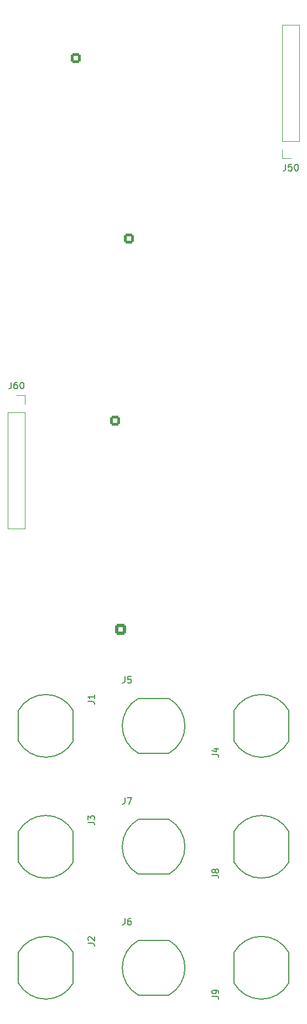
<source format=gto>
%TF.GenerationSoftware,KiCad,Pcbnew,9.0.4*%
%TF.CreationDate,2025-10-04T20:54:08+02:00*%
%TF.ProjectId,DMH_Dual_VCA_Mk2_PCB_1,444d485f-4475-4616-9c5f-5643415f4d6b,1*%
%TF.SameCoordinates,Original*%
%TF.FileFunction,Legend,Top*%
%TF.FilePolarity,Positive*%
%FSLAX46Y46*%
G04 Gerber Fmt 4.6, Leading zero omitted, Abs format (unit mm)*
G04 Created by KiCad (PCBNEW 9.0.4) date 2025-10-04 20:54:08*
%MOMM*%
%LPD*%
G01*
G04 APERTURE LIST*
G04 Aperture macros list*
%AMRoundRect*
0 Rectangle with rounded corners*
0 $1 Rounding radius*
0 $2 $3 $4 $5 $6 $7 $8 $9 X,Y pos of 4 corners*
0 Add a 4 corners polygon primitive as box body*
4,1,4,$2,$3,$4,$5,$6,$7,$8,$9,$2,$3,0*
0 Add four circle primitives for the rounded corners*
1,1,$1+$1,$2,$3*
1,1,$1+$1,$4,$5*
1,1,$1+$1,$6,$7*
1,1,$1+$1,$8,$9*
0 Add four rect primitives between the rounded corners*
20,1,$1+$1,$2,$3,$4,$5,0*
20,1,$1+$1,$4,$5,$6,$7,0*
20,1,$1+$1,$6,$7,$8,$9,0*
20,1,$1+$1,$8,$9,$2,$3,0*%
%AMHorizOval*
0 Thick line with rounded ends*
0 $1 width*
0 $2 $3 position (X,Y) of the first rounded end (center of the circle)*
0 $4 $5 position (X,Y) of the second rounded end (center of the circle)*
0 Add line between two ends*
20,1,$1,$2,$3,$4,$5,0*
0 Add two circle primitives to create the rounded ends*
1,1,$1,$2,$3*
1,1,$1,$4,$5*%
G04 Aperture macros list end*
%ADD10C,0.150000*%
%ADD11C,0.120000*%
%ADD12HorizOval,1.712000X-0.533159X0.533159X0.533159X-0.533159X0*%
%ADD13O,3.220000X1.712000*%
%ADD14O,1.712000X3.220000*%
%ADD15R,1.700000X1.700000*%
%ADD16O,1.700000X1.700000*%
%ADD17HorizOval,1.712000X-0.533159X-0.533159X0.533159X0.533159X0*%
%ADD18C,1.600000*%
%ADD19O,1.600000X1.600000*%
%ADD20R,2.200000X2.200000*%
%ADD21O,2.200000X2.200000*%
%ADD22R,1.600000X1.600000*%
%ADD23R,1.500000X1.500000*%
%ADD24C,1.500000*%
%ADD25C,1.440000*%
%ADD26RoundRect,0.250000X-0.550000X0.550000X-0.550000X-0.550000X0.550000X-0.550000X0.550000X0.550000X0*%
%ADD27RoundRect,0.250000X-0.600000X0.600000X-0.600000X-0.600000X0.600000X-0.600000X0.600000X0.600000X0*%
%ADD28C,1.700000*%
%ADD29RoundRect,0.250000X0.600000X-0.600000X0.600000X0.600000X-0.600000X0.600000X-0.600000X-0.600000X0*%
G04 APERTURE END LIST*
D10*
X83954819Y-194658333D02*
X84669104Y-194658333D01*
X84669104Y-194658333D02*
X84811961Y-194705952D01*
X84811961Y-194705952D02*
X84907200Y-194801190D01*
X84907200Y-194801190D02*
X84954819Y-194944047D01*
X84954819Y-194944047D02*
X84954819Y-195039285D01*
X84383390Y-194039285D02*
X84335771Y-194134523D01*
X84335771Y-194134523D02*
X84288152Y-194182142D01*
X84288152Y-194182142D02*
X84192914Y-194229761D01*
X84192914Y-194229761D02*
X84145295Y-194229761D01*
X84145295Y-194229761D02*
X84050057Y-194182142D01*
X84050057Y-194182142D02*
X84002438Y-194134523D01*
X84002438Y-194134523D02*
X83954819Y-194039285D01*
X83954819Y-194039285D02*
X83954819Y-193848809D01*
X83954819Y-193848809D02*
X84002438Y-193753571D01*
X84002438Y-193753571D02*
X84050057Y-193705952D01*
X84050057Y-193705952D02*
X84145295Y-193658333D01*
X84145295Y-193658333D02*
X84192914Y-193658333D01*
X84192914Y-193658333D02*
X84288152Y-193705952D01*
X84288152Y-193705952D02*
X84335771Y-193753571D01*
X84335771Y-193753571D02*
X84383390Y-193848809D01*
X84383390Y-193848809D02*
X84383390Y-194039285D01*
X84383390Y-194039285D02*
X84431009Y-194134523D01*
X84431009Y-194134523D02*
X84478628Y-194182142D01*
X84478628Y-194182142D02*
X84573866Y-194229761D01*
X84573866Y-194229761D02*
X84764342Y-194229761D01*
X84764342Y-194229761D02*
X84859580Y-194182142D01*
X84859580Y-194182142D02*
X84907200Y-194134523D01*
X84907200Y-194134523D02*
X84954819Y-194039285D01*
X84954819Y-194039285D02*
X84954819Y-193848809D01*
X84954819Y-193848809D02*
X84907200Y-193753571D01*
X84907200Y-193753571D02*
X84859580Y-193705952D01*
X84859580Y-193705952D02*
X84764342Y-193658333D01*
X84764342Y-193658333D02*
X84573866Y-193658333D01*
X84573866Y-193658333D02*
X84478628Y-193705952D01*
X84478628Y-193705952D02*
X84431009Y-193753571D01*
X84431009Y-193753571D02*
X84383390Y-193848809D01*
X53190476Y-119184819D02*
X53190476Y-119899104D01*
X53190476Y-119899104D02*
X53142857Y-120041961D01*
X53142857Y-120041961D02*
X53047619Y-120137200D01*
X53047619Y-120137200D02*
X52904762Y-120184819D01*
X52904762Y-120184819D02*
X52809524Y-120184819D01*
X54095238Y-119184819D02*
X53904762Y-119184819D01*
X53904762Y-119184819D02*
X53809524Y-119232438D01*
X53809524Y-119232438D02*
X53761905Y-119280057D01*
X53761905Y-119280057D02*
X53666667Y-119422914D01*
X53666667Y-119422914D02*
X53619048Y-119613390D01*
X53619048Y-119613390D02*
X53619048Y-119994342D01*
X53619048Y-119994342D02*
X53666667Y-120089580D01*
X53666667Y-120089580D02*
X53714286Y-120137200D01*
X53714286Y-120137200D02*
X53809524Y-120184819D01*
X53809524Y-120184819D02*
X54000000Y-120184819D01*
X54000000Y-120184819D02*
X54095238Y-120137200D01*
X54095238Y-120137200D02*
X54142857Y-120089580D01*
X54142857Y-120089580D02*
X54190476Y-119994342D01*
X54190476Y-119994342D02*
X54190476Y-119756247D01*
X54190476Y-119756247D02*
X54142857Y-119661009D01*
X54142857Y-119661009D02*
X54095238Y-119613390D01*
X54095238Y-119613390D02*
X54000000Y-119565771D01*
X54000000Y-119565771D02*
X53809524Y-119565771D01*
X53809524Y-119565771D02*
X53714286Y-119613390D01*
X53714286Y-119613390D02*
X53666667Y-119661009D01*
X53666667Y-119661009D02*
X53619048Y-119756247D01*
X54809524Y-119184819D02*
X54904762Y-119184819D01*
X54904762Y-119184819D02*
X55000000Y-119232438D01*
X55000000Y-119232438D02*
X55047619Y-119280057D01*
X55047619Y-119280057D02*
X55095238Y-119375295D01*
X55095238Y-119375295D02*
X55142857Y-119565771D01*
X55142857Y-119565771D02*
X55142857Y-119803866D01*
X55142857Y-119803866D02*
X55095238Y-119994342D01*
X55095238Y-119994342D02*
X55047619Y-120089580D01*
X55047619Y-120089580D02*
X55000000Y-120137200D01*
X55000000Y-120137200D02*
X54904762Y-120184819D01*
X54904762Y-120184819D02*
X54809524Y-120184819D01*
X54809524Y-120184819D02*
X54714286Y-120137200D01*
X54714286Y-120137200D02*
X54666667Y-120089580D01*
X54666667Y-120089580D02*
X54619048Y-119994342D01*
X54619048Y-119994342D02*
X54571429Y-119803866D01*
X54571429Y-119803866D02*
X54571429Y-119565771D01*
X54571429Y-119565771D02*
X54619048Y-119375295D01*
X54619048Y-119375295D02*
X54666667Y-119280057D01*
X54666667Y-119280057D02*
X54714286Y-119232438D01*
X54714286Y-119232438D02*
X54809524Y-119184819D01*
X70591666Y-182704819D02*
X70591666Y-183419104D01*
X70591666Y-183419104D02*
X70544047Y-183561961D01*
X70544047Y-183561961D02*
X70448809Y-183657200D01*
X70448809Y-183657200D02*
X70305952Y-183704819D01*
X70305952Y-183704819D02*
X70210714Y-183704819D01*
X70972619Y-182704819D02*
X71639285Y-182704819D01*
X71639285Y-182704819D02*
X71210714Y-183704819D01*
X64954819Y-186508333D02*
X65669104Y-186508333D01*
X65669104Y-186508333D02*
X65811961Y-186555952D01*
X65811961Y-186555952D02*
X65907200Y-186651190D01*
X65907200Y-186651190D02*
X65954819Y-186794047D01*
X65954819Y-186794047D02*
X65954819Y-186889285D01*
X64954819Y-186127380D02*
X64954819Y-185508333D01*
X64954819Y-185508333D02*
X65335771Y-185841666D01*
X65335771Y-185841666D02*
X65335771Y-185698809D01*
X65335771Y-185698809D02*
X65383390Y-185603571D01*
X65383390Y-185603571D02*
X65431009Y-185555952D01*
X65431009Y-185555952D02*
X65526247Y-185508333D01*
X65526247Y-185508333D02*
X65764342Y-185508333D01*
X65764342Y-185508333D02*
X65859580Y-185555952D01*
X65859580Y-185555952D02*
X65907200Y-185603571D01*
X65907200Y-185603571D02*
X65954819Y-185698809D01*
X65954819Y-185698809D02*
X65954819Y-185984523D01*
X65954819Y-185984523D02*
X65907200Y-186079761D01*
X65907200Y-186079761D02*
X65859580Y-186127380D01*
X64954819Y-205008333D02*
X65669104Y-205008333D01*
X65669104Y-205008333D02*
X65811961Y-205055952D01*
X65811961Y-205055952D02*
X65907200Y-205151190D01*
X65907200Y-205151190D02*
X65954819Y-205294047D01*
X65954819Y-205294047D02*
X65954819Y-205389285D01*
X65050057Y-204579761D02*
X65002438Y-204532142D01*
X65002438Y-204532142D02*
X64954819Y-204436904D01*
X64954819Y-204436904D02*
X64954819Y-204198809D01*
X64954819Y-204198809D02*
X65002438Y-204103571D01*
X65002438Y-204103571D02*
X65050057Y-204055952D01*
X65050057Y-204055952D02*
X65145295Y-204008333D01*
X65145295Y-204008333D02*
X65240533Y-204008333D01*
X65240533Y-204008333D02*
X65383390Y-204055952D01*
X65383390Y-204055952D02*
X65954819Y-204627380D01*
X65954819Y-204627380D02*
X65954819Y-204008333D01*
X70591666Y-201204819D02*
X70591666Y-201919104D01*
X70591666Y-201919104D02*
X70544047Y-202061961D01*
X70544047Y-202061961D02*
X70448809Y-202157200D01*
X70448809Y-202157200D02*
X70305952Y-202204819D01*
X70305952Y-202204819D02*
X70210714Y-202204819D01*
X71496428Y-201204819D02*
X71305952Y-201204819D01*
X71305952Y-201204819D02*
X71210714Y-201252438D01*
X71210714Y-201252438D02*
X71163095Y-201300057D01*
X71163095Y-201300057D02*
X71067857Y-201442914D01*
X71067857Y-201442914D02*
X71020238Y-201633390D01*
X71020238Y-201633390D02*
X71020238Y-202014342D01*
X71020238Y-202014342D02*
X71067857Y-202109580D01*
X71067857Y-202109580D02*
X71115476Y-202157200D01*
X71115476Y-202157200D02*
X71210714Y-202204819D01*
X71210714Y-202204819D02*
X71401190Y-202204819D01*
X71401190Y-202204819D02*
X71496428Y-202157200D01*
X71496428Y-202157200D02*
X71544047Y-202109580D01*
X71544047Y-202109580D02*
X71591666Y-202014342D01*
X71591666Y-202014342D02*
X71591666Y-201776247D01*
X71591666Y-201776247D02*
X71544047Y-201681009D01*
X71544047Y-201681009D02*
X71496428Y-201633390D01*
X71496428Y-201633390D02*
X71401190Y-201585771D01*
X71401190Y-201585771D02*
X71210714Y-201585771D01*
X71210714Y-201585771D02*
X71115476Y-201633390D01*
X71115476Y-201633390D02*
X71067857Y-201681009D01*
X71067857Y-201681009D02*
X71020238Y-201776247D01*
X95190476Y-85844819D02*
X95190476Y-86559104D01*
X95190476Y-86559104D02*
X95142857Y-86701961D01*
X95142857Y-86701961D02*
X95047619Y-86797200D01*
X95047619Y-86797200D02*
X94904762Y-86844819D01*
X94904762Y-86844819D02*
X94809524Y-86844819D01*
X96142857Y-85844819D02*
X95666667Y-85844819D01*
X95666667Y-85844819D02*
X95619048Y-86321009D01*
X95619048Y-86321009D02*
X95666667Y-86273390D01*
X95666667Y-86273390D02*
X95761905Y-86225771D01*
X95761905Y-86225771D02*
X96000000Y-86225771D01*
X96000000Y-86225771D02*
X96095238Y-86273390D01*
X96095238Y-86273390D02*
X96142857Y-86321009D01*
X96142857Y-86321009D02*
X96190476Y-86416247D01*
X96190476Y-86416247D02*
X96190476Y-86654342D01*
X96190476Y-86654342D02*
X96142857Y-86749580D01*
X96142857Y-86749580D02*
X96095238Y-86797200D01*
X96095238Y-86797200D02*
X96000000Y-86844819D01*
X96000000Y-86844819D02*
X95761905Y-86844819D01*
X95761905Y-86844819D02*
X95666667Y-86797200D01*
X95666667Y-86797200D02*
X95619048Y-86749580D01*
X96809524Y-85844819D02*
X96904762Y-85844819D01*
X96904762Y-85844819D02*
X97000000Y-85892438D01*
X97000000Y-85892438D02*
X97047619Y-85940057D01*
X97047619Y-85940057D02*
X97095238Y-86035295D01*
X97095238Y-86035295D02*
X97142857Y-86225771D01*
X97142857Y-86225771D02*
X97142857Y-86463866D01*
X97142857Y-86463866D02*
X97095238Y-86654342D01*
X97095238Y-86654342D02*
X97047619Y-86749580D01*
X97047619Y-86749580D02*
X97000000Y-86797200D01*
X97000000Y-86797200D02*
X96904762Y-86844819D01*
X96904762Y-86844819D02*
X96809524Y-86844819D01*
X96809524Y-86844819D02*
X96714286Y-86797200D01*
X96714286Y-86797200D02*
X96666667Y-86749580D01*
X96666667Y-86749580D02*
X96619048Y-86654342D01*
X96619048Y-86654342D02*
X96571429Y-86463866D01*
X96571429Y-86463866D02*
X96571429Y-86225771D01*
X96571429Y-86225771D02*
X96619048Y-86035295D01*
X96619048Y-86035295D02*
X96666667Y-85940057D01*
X96666667Y-85940057D02*
X96714286Y-85892438D01*
X96714286Y-85892438D02*
X96809524Y-85844819D01*
X83954819Y-213158333D02*
X84669104Y-213158333D01*
X84669104Y-213158333D02*
X84811961Y-213205952D01*
X84811961Y-213205952D02*
X84907200Y-213301190D01*
X84907200Y-213301190D02*
X84954819Y-213444047D01*
X84954819Y-213444047D02*
X84954819Y-213539285D01*
X84954819Y-212634523D02*
X84954819Y-212444047D01*
X84954819Y-212444047D02*
X84907200Y-212348809D01*
X84907200Y-212348809D02*
X84859580Y-212301190D01*
X84859580Y-212301190D02*
X84716723Y-212205952D01*
X84716723Y-212205952D02*
X84526247Y-212158333D01*
X84526247Y-212158333D02*
X84145295Y-212158333D01*
X84145295Y-212158333D02*
X84050057Y-212205952D01*
X84050057Y-212205952D02*
X84002438Y-212253571D01*
X84002438Y-212253571D02*
X83954819Y-212348809D01*
X83954819Y-212348809D02*
X83954819Y-212539285D01*
X83954819Y-212539285D02*
X84002438Y-212634523D01*
X84002438Y-212634523D02*
X84050057Y-212682142D01*
X84050057Y-212682142D02*
X84145295Y-212729761D01*
X84145295Y-212729761D02*
X84383390Y-212729761D01*
X84383390Y-212729761D02*
X84478628Y-212682142D01*
X84478628Y-212682142D02*
X84526247Y-212634523D01*
X84526247Y-212634523D02*
X84573866Y-212539285D01*
X84573866Y-212539285D02*
X84573866Y-212348809D01*
X84573866Y-212348809D02*
X84526247Y-212253571D01*
X84526247Y-212253571D02*
X84478628Y-212205952D01*
X84478628Y-212205952D02*
X84383390Y-212158333D01*
X64954819Y-168008333D02*
X65669104Y-168008333D01*
X65669104Y-168008333D02*
X65811961Y-168055952D01*
X65811961Y-168055952D02*
X65907200Y-168151190D01*
X65907200Y-168151190D02*
X65954819Y-168294047D01*
X65954819Y-168294047D02*
X65954819Y-168389285D01*
X65954819Y-167008333D02*
X65954819Y-167579761D01*
X65954819Y-167294047D02*
X64954819Y-167294047D01*
X64954819Y-167294047D02*
X65097676Y-167389285D01*
X65097676Y-167389285D02*
X65192914Y-167484523D01*
X65192914Y-167484523D02*
X65240533Y-167579761D01*
X70591666Y-164204819D02*
X70591666Y-164919104D01*
X70591666Y-164919104D02*
X70544047Y-165061961D01*
X70544047Y-165061961D02*
X70448809Y-165157200D01*
X70448809Y-165157200D02*
X70305952Y-165204819D01*
X70305952Y-165204819D02*
X70210714Y-165204819D01*
X71544047Y-164204819D02*
X71067857Y-164204819D01*
X71067857Y-164204819D02*
X71020238Y-164681009D01*
X71020238Y-164681009D02*
X71067857Y-164633390D01*
X71067857Y-164633390D02*
X71163095Y-164585771D01*
X71163095Y-164585771D02*
X71401190Y-164585771D01*
X71401190Y-164585771D02*
X71496428Y-164633390D01*
X71496428Y-164633390D02*
X71544047Y-164681009D01*
X71544047Y-164681009D02*
X71591666Y-164776247D01*
X71591666Y-164776247D02*
X71591666Y-165014342D01*
X71591666Y-165014342D02*
X71544047Y-165109580D01*
X71544047Y-165109580D02*
X71496428Y-165157200D01*
X71496428Y-165157200D02*
X71401190Y-165204819D01*
X71401190Y-165204819D02*
X71163095Y-165204819D01*
X71163095Y-165204819D02*
X71067857Y-165157200D01*
X71067857Y-165157200D02*
X71020238Y-165109580D01*
X83954819Y-176158333D02*
X84669104Y-176158333D01*
X84669104Y-176158333D02*
X84811961Y-176205952D01*
X84811961Y-176205952D02*
X84907200Y-176301190D01*
X84907200Y-176301190D02*
X84954819Y-176444047D01*
X84954819Y-176444047D02*
X84954819Y-176539285D01*
X84288152Y-175253571D02*
X84954819Y-175253571D01*
X83907200Y-175491666D02*
X84621485Y-175729761D01*
X84621485Y-175729761D02*
X84621485Y-175110714D01*
%TO.C,J8*%
X87300000Y-190250000D02*
X87300000Y-187900000D01*
X87300000Y-190250000D02*
X87300000Y-192600000D01*
X95700000Y-190250000D02*
X95700000Y-187900000D01*
X95700000Y-190250000D02*
X95700000Y-192600000D01*
X87311121Y-187906222D02*
G75*
G02*
X91500000Y-185450000I4188881J-2343781D01*
G01*
X91500000Y-185450000D02*
G75*
G02*
X95688879Y-187906222I-2J-4800003D01*
G01*
X91500000Y-195050000D02*
G75*
G02*
X87311121Y-192593778I0J4800000D01*
G01*
X95688879Y-192593778D02*
G75*
G02*
X91500000Y-195050000I-4188879J2343778D01*
G01*
D11*
%TO.C,J60*%
X52670000Y-123770000D02*
X52670000Y-141610000D01*
X52670000Y-123770000D02*
X55330000Y-123770000D01*
X52670000Y-141610000D02*
X55330000Y-141610000D01*
X54000000Y-121170000D02*
X55330000Y-121170000D01*
X55330000Y-121170000D02*
X55330000Y-122500000D01*
X55330000Y-123770000D02*
X55330000Y-141610000D01*
D10*
%TO.C,J7*%
X75000000Y-186050000D02*
X72650000Y-186050000D01*
X75000000Y-186050000D02*
X77350000Y-186050000D01*
X75000000Y-194450000D02*
X72650000Y-194450000D01*
X75000000Y-194450000D02*
X77350000Y-194450000D01*
X70200000Y-190250000D02*
G75*
G02*
X72656222Y-186061121I4800000J0D01*
G01*
X72656222Y-194438879D02*
G75*
G02*
X70200000Y-190250000I2343778J4188879D01*
G01*
X77343778Y-186061121D02*
G75*
G02*
X79800000Y-190250000I-2343781J-4188881D01*
G01*
X79800000Y-190250000D02*
G75*
G02*
X77343778Y-194438879I-4800003J2D01*
G01*
%TO.C,J3*%
X54300000Y-190250000D02*
X54300000Y-187900000D01*
X54300000Y-190250000D02*
X54300000Y-192600000D01*
X62700000Y-190250000D02*
X62700000Y-187900000D01*
X62700000Y-190250000D02*
X62700000Y-192600000D01*
X54311121Y-187906222D02*
G75*
G02*
X58500000Y-185450000I4188879J-2343778D01*
G01*
X58500000Y-185450000D02*
G75*
G02*
X62688879Y-187906222I0J-4800000D01*
G01*
X58500000Y-195050000D02*
G75*
G02*
X54311121Y-192593778I2J4800003D01*
G01*
X62688879Y-192593778D02*
G75*
G02*
X58500000Y-195050000I-4188881J2343781D01*
G01*
%TO.C,J2*%
X54300000Y-208750000D02*
X54300000Y-206400000D01*
X54300000Y-208750000D02*
X54300000Y-211100000D01*
X62700000Y-208750000D02*
X62700000Y-206400000D01*
X62700000Y-208750000D02*
X62700000Y-211100000D01*
X54311121Y-206406222D02*
G75*
G02*
X58500000Y-203950000I4188879J-2343778D01*
G01*
X58500000Y-203950000D02*
G75*
G02*
X62688879Y-206406222I0J-4800000D01*
G01*
X58500000Y-213550000D02*
G75*
G02*
X54311121Y-211093778I2J4800003D01*
G01*
X62688879Y-211093778D02*
G75*
G02*
X58500000Y-213550000I-4188881J2343781D01*
G01*
%TO.C,J6*%
X75000000Y-204550000D02*
X72650000Y-204550000D01*
X75000000Y-204550000D02*
X77350000Y-204550000D01*
X75000000Y-212950000D02*
X72650000Y-212950000D01*
X75000000Y-212950000D02*
X77350000Y-212950000D01*
X70200000Y-208750000D02*
G75*
G02*
X72656222Y-204561121I4800000J0D01*
G01*
X72656222Y-212938879D02*
G75*
G02*
X70200000Y-208750000I2343778J4188879D01*
G01*
X77343778Y-204561121D02*
G75*
G02*
X79800000Y-208750000I-2343781J-4188881D01*
G01*
X79800000Y-208750000D02*
G75*
G02*
X77343778Y-212938879I-4800003J2D01*
G01*
D11*
%TO.C,J50*%
X94670000Y-82350000D02*
X94670000Y-64510000D01*
X94670000Y-84950000D02*
X94670000Y-83620000D01*
X96000000Y-84950000D02*
X94670000Y-84950000D01*
X97330000Y-64510000D02*
X94670000Y-64510000D01*
X97330000Y-82350000D02*
X94670000Y-82350000D01*
X97330000Y-82350000D02*
X97330000Y-64510000D01*
D10*
%TO.C,J9*%
X87300000Y-208750000D02*
X87300000Y-206400000D01*
X87300000Y-208750000D02*
X87300000Y-211100000D01*
X95700000Y-208750000D02*
X95700000Y-206400000D01*
X95700000Y-208750000D02*
X95700000Y-211100000D01*
X87311121Y-206406222D02*
G75*
G02*
X91500000Y-203950000I4188881J-2343781D01*
G01*
X91500000Y-203950000D02*
G75*
G02*
X95688879Y-206406222I-2J-4800003D01*
G01*
X91500000Y-213550000D02*
G75*
G02*
X87311121Y-211093778I0J4800000D01*
G01*
X95688879Y-211093778D02*
G75*
G02*
X91500000Y-213550000I-4188879J2343778D01*
G01*
%TO.C,J1*%
X54300000Y-171750000D02*
X54300000Y-169400000D01*
X54300000Y-171750000D02*
X54300000Y-174100000D01*
X62700000Y-171750000D02*
X62700000Y-169400000D01*
X62700000Y-171750000D02*
X62700000Y-174100000D01*
X54311121Y-169406222D02*
G75*
G02*
X58500000Y-166950000I4188879J-2343778D01*
G01*
X58500000Y-166950000D02*
G75*
G02*
X62688879Y-169406222I0J-4800000D01*
G01*
X58500000Y-176550000D02*
G75*
G02*
X54311121Y-174093778I2J4800003D01*
G01*
X62688879Y-174093778D02*
G75*
G02*
X58500000Y-176550000I-4188881J2343781D01*
G01*
%TO.C,J5*%
X75000000Y-167550000D02*
X72650000Y-167550000D01*
X75000000Y-167550000D02*
X77350000Y-167550000D01*
X75000000Y-175950000D02*
X72650000Y-175950000D01*
X75000000Y-175950000D02*
X77350000Y-175950000D01*
X70200000Y-171750000D02*
G75*
G02*
X72656222Y-167561121I4800000J0D01*
G01*
X72656222Y-175938879D02*
G75*
G02*
X70200000Y-171750000I2343778J4188879D01*
G01*
X77343778Y-167561121D02*
G75*
G02*
X79800000Y-171750000I-2343781J-4188881D01*
G01*
X79800000Y-171750000D02*
G75*
G02*
X77343778Y-175938879I-4800003J2D01*
G01*
%TO.C,J4*%
X87300000Y-171750000D02*
X87300000Y-169400000D01*
X87300000Y-171750000D02*
X87300000Y-174100000D01*
X95700000Y-171750000D02*
X95700000Y-169400000D01*
X95700000Y-171750000D02*
X95700000Y-174100000D01*
X87311121Y-169406222D02*
G75*
G02*
X91500000Y-166950000I4188881J-2343781D01*
G01*
X91500000Y-166950000D02*
G75*
G02*
X95688879Y-169406222I-2J-4800003D01*
G01*
X91500000Y-176550000D02*
G75*
G02*
X87311121Y-174093778I0J4800000D01*
G01*
X95688879Y-174093778D02*
G75*
G02*
X91500000Y-176550000I-4188879J2343778D01*
G01*
%TD*%
%LPC*%
D12*
%TO.C,J8*%
X86903810Y-194846190D03*
D13*
X91000000Y-183750000D03*
D14*
X85000000Y-187750000D03*
%TD*%
D15*
%TO.C,J60*%
X54000000Y-122500000D03*
D16*
X54000000Y-125040000D03*
X54000000Y-127580000D03*
X54000000Y-130120000D03*
X54000000Y-132660000D03*
X54000000Y-135200000D03*
X54000000Y-137740000D03*
X54000000Y-140280000D03*
%TD*%
D17*
%TO.C,J7*%
X70403810Y-185653810D03*
D14*
X81500000Y-189750000D03*
D13*
X77500000Y-183750000D03*
%TD*%
D12*
%TO.C,J3*%
X63096190Y-185653810D03*
D13*
X59000000Y-196750000D03*
D14*
X65000000Y-192750000D03*
%TD*%
D12*
%TO.C,J2*%
X63096190Y-204153810D03*
D13*
X59000000Y-215250000D03*
D14*
X65000000Y-211250000D03*
%TD*%
D17*
%TO.C,J6*%
X70403810Y-204153810D03*
D14*
X81500000Y-208250000D03*
D13*
X77500000Y-202250000D03*
%TD*%
D15*
%TO.C,J50*%
X96000000Y-83620000D03*
D16*
X96000000Y-81080000D03*
X96000000Y-78540000D03*
X96000000Y-76000000D03*
X96000000Y-73460000D03*
X96000000Y-70920000D03*
X96000000Y-68380000D03*
X96000000Y-65840000D03*
%TD*%
D12*
%TO.C,J9*%
X86903810Y-213346190D03*
D13*
X91000000Y-202250000D03*
D14*
X85000000Y-206250000D03*
%TD*%
D12*
%TO.C,J1*%
X63096190Y-167153810D03*
D13*
X59000000Y-178250000D03*
D14*
X65000000Y-174250000D03*
%TD*%
D17*
%TO.C,J5*%
X70403810Y-167153810D03*
D14*
X81500000Y-171250000D03*
D13*
X77500000Y-165250000D03*
%TD*%
D12*
%TO.C,J4*%
X86903810Y-176346190D03*
D13*
X91000000Y-165250000D03*
D14*
X85000000Y-169250000D03*
%TD*%
D18*
%TO.C,R26*%
X72900000Y-142890000D03*
D19*
X80520000Y-142890000D03*
%TD*%
D20*
%TO.C,D2*%
X97000000Y-44170000D03*
D21*
X97000000Y-54330000D03*
%TD*%
D22*
%TO.C,C2*%
X89544888Y-47250000D03*
D18*
X91544888Y-47250000D03*
%TD*%
D20*
%TO.C,D1*%
X53000000Y-54330000D03*
D21*
X53000000Y-44170000D03*
%TD*%
D18*
%TO.C,R17*%
X66865000Y-86930000D03*
D19*
X74485000Y-86930000D03*
%TD*%
D18*
%TO.C,R3*%
X57000000Y-69690000D03*
D19*
X57000000Y-77310000D03*
%TD*%
D18*
%TO.C,R25*%
X61400000Y-142890000D03*
D19*
X69020000Y-142890000D03*
%TD*%
D18*
%TO.C,R49*%
X62250000Y-97190000D03*
D19*
X62250000Y-104810000D03*
%TD*%
D18*
%TO.C,C6*%
X80460000Y-135640000D03*
X75460000Y-135640000D03*
%TD*%
%TO.C,R1*%
X53750000Y-77310000D03*
D19*
X53750000Y-69690000D03*
%TD*%
D23*
%TO.C,Q1*%
X88200000Y-57450000D03*
D24*
X88200000Y-59990000D03*
X88200000Y-62530000D03*
%TD*%
D18*
%TO.C,R50*%
X80500000Y-109500000D03*
D19*
X72880000Y-109500000D03*
%TD*%
D18*
%TO.C,R32*%
X92020000Y-121890000D03*
D19*
X84400000Y-121890000D03*
%TD*%
D23*
%TO.C,Q2*%
X92050000Y-62550000D03*
D24*
X92050000Y-60010000D03*
X92050000Y-57470000D03*
%TD*%
D18*
%TO.C,C3*%
X69500000Y-66500000D03*
X74500000Y-66500000D03*
%TD*%
%TO.C,R12*%
X82865000Y-69680000D03*
D19*
X90485000Y-69680000D03*
%TD*%
D18*
%TO.C,R42*%
X84400000Y-142890000D03*
D19*
X92020000Y-142890000D03*
%TD*%
D25*
%TO.C,RV8*%
X62460000Y-120000000D03*
X65000000Y-120000000D03*
X67540000Y-120000000D03*
%TD*%
D18*
%TO.C,C7*%
X66500000Y-103500000D03*
X66500000Y-98500000D03*
%TD*%
%TO.C,R41*%
X92020000Y-139640000D03*
D19*
X84400000Y-139640000D03*
%TD*%
D18*
%TO.C,C4*%
X74500000Y-80500000D03*
X69500000Y-80500000D03*
%TD*%
%TO.C,R35*%
X95750000Y-143310000D03*
D19*
X95750000Y-135690000D03*
%TD*%
D26*
%TO.C,U1*%
X63050000Y-69630000D03*
D18*
X65590000Y-69630000D03*
X68130000Y-69630000D03*
X70670000Y-69630000D03*
X73210000Y-69630000D03*
X75750000Y-69630000D03*
X78290000Y-69630000D03*
X78290000Y-77250000D03*
X75750000Y-77250000D03*
X73210000Y-77250000D03*
X70670000Y-77250000D03*
X68130000Y-77250000D03*
X65590000Y-77250000D03*
X63050000Y-77250000D03*
%TD*%
%TO.C,C8*%
X83500000Y-103500000D03*
X83500000Y-98500000D03*
%TD*%
%TO.C,R30*%
X69020000Y-139640000D03*
D19*
X61400000Y-139640000D03*
%TD*%
D18*
%TO.C,R36*%
X88650000Y-132140000D03*
D19*
X96270000Y-132140000D03*
%TD*%
D23*
%TO.C,Q3*%
X94600000Y-118790000D03*
D24*
X94600000Y-116250000D03*
X94600000Y-113710000D03*
%TD*%
D18*
%TO.C,R38*%
X80480000Y-112750000D03*
D19*
X72860000Y-112750000D03*
%TD*%
D18*
%TO.C,R47*%
X74500000Y-90250000D03*
D19*
X66880000Y-90250000D03*
%TD*%
D25*
%TO.C,RV10*%
X81700000Y-62040000D03*
X81700000Y-59500000D03*
X81700000Y-56960000D03*
%TD*%
D18*
%TO.C,R46*%
X57500000Y-104810000D03*
D19*
X57500000Y-97190000D03*
%TD*%
D18*
%TO.C,R15*%
X74500000Y-60250000D03*
D19*
X66880000Y-60250000D03*
%TD*%
D18*
%TO.C,R4*%
X78365000Y-66430000D03*
D19*
X85985000Y-66430000D03*
%TD*%
D25*
%TO.C,RV12*%
X84750000Y-117540000D03*
X84750000Y-115000000D03*
X84750000Y-112460000D03*
%TD*%
D18*
%TO.C,R31*%
X72900000Y-139640000D03*
D19*
X80520000Y-139640000D03*
%TD*%
D18*
%TO.C,C5*%
X75460000Y-122140000D03*
X80460000Y-122140000D03*
%TD*%
D22*
%TO.C,C1*%
X58544888Y-47250000D03*
D18*
X60544888Y-47250000D03*
%TD*%
%TO.C,R39*%
X84400000Y-136390000D03*
D19*
X92020000Y-136390000D03*
%TD*%
D18*
%TO.C,R7*%
X85985000Y-86930000D03*
D19*
X78365000Y-86930000D03*
%TD*%
D18*
%TO.C,R16*%
X66865000Y-83680000D03*
D19*
X74485000Y-83680000D03*
%TD*%
D25*
%TO.C,RV7*%
X56450000Y-64250000D03*
X58990000Y-64250000D03*
X61530000Y-64250000D03*
%TD*%
%TO.C,RV9*%
X56450000Y-58750000D03*
X58990000Y-58750000D03*
X61530000Y-58750000D03*
%TD*%
D18*
%TO.C,R22*%
X72880000Y-119140000D03*
D19*
X80500000Y-119140000D03*
%TD*%
D18*
%TO.C,R20*%
X62985000Y-83680000D03*
D19*
X55365000Y-83680000D03*
%TD*%
D18*
%TO.C,R6*%
X74500000Y-57000000D03*
D19*
X66880000Y-57000000D03*
%TD*%
D18*
%TO.C,R23*%
X72880000Y-115890000D03*
D19*
X80500000Y-115890000D03*
%TD*%
D27*
%TO.C,J200*%
X69920000Y-157000000D03*
D28*
X72460000Y-157000000D03*
X75000000Y-157000000D03*
X77540000Y-157000000D03*
X80080000Y-157000000D03*
X69920000Y-159540000D03*
X72460000Y-159540000D03*
X75000000Y-159540000D03*
X77540000Y-159540000D03*
X80080000Y-159540000D03*
%TD*%
D18*
%TO.C,R51*%
X68810000Y-109500000D03*
D19*
X61190000Y-109500000D03*
%TD*%
D18*
%TO.C,R9*%
X78365000Y-83680000D03*
D19*
X85985000Y-83680000D03*
%TD*%
D26*
%TO.C,U3*%
X71190000Y-97190000D03*
D18*
X73730000Y-97190000D03*
X76270000Y-97190000D03*
X78810000Y-97190000D03*
X78810000Y-104810000D03*
X76270000Y-104810000D03*
X73730000Y-104810000D03*
X71190000Y-104810000D03*
%TD*%
%TO.C,R10*%
X82865000Y-77180000D03*
D19*
X90485000Y-77180000D03*
%TD*%
D18*
%TO.C,R13*%
X82865000Y-73430000D03*
D19*
X90485000Y-73430000D03*
%TD*%
D18*
%TO.C,R19*%
X62985000Y-86930000D03*
D19*
X55365000Y-86930000D03*
%TD*%
D18*
%TO.C,R14*%
X74500000Y-63500000D03*
D19*
X66880000Y-63500000D03*
%TD*%
D18*
%TO.C,R24*%
X62460000Y-133060000D03*
D19*
X62460000Y-125440000D03*
%TD*%
D18*
%TO.C,R34*%
X88650000Y-128890000D03*
D19*
X96270000Y-128890000D03*
%TD*%
D18*
%TO.C,R11*%
X90425000Y-81120000D03*
D19*
X90425000Y-88740000D03*
%TD*%
D25*
%TO.C,RV11*%
X62450000Y-114500000D03*
X64990000Y-114500000D03*
X67530000Y-114500000D03*
%TD*%
D18*
%TO.C,R33*%
X96270000Y-125640000D03*
D19*
X88650000Y-125640000D03*
%TD*%
D18*
%TO.C,R8*%
X78365000Y-80430000D03*
D19*
X85985000Y-80430000D03*
%TD*%
D29*
%TO.C,J100*%
X80080000Y-49002500D03*
D28*
X80080000Y-46462500D03*
X77540000Y-49002500D03*
X77540000Y-46462500D03*
X75000000Y-49002500D03*
X75000000Y-46462500D03*
X72460000Y-49002500D03*
X72460000Y-46462500D03*
X69920000Y-49002500D03*
X69920000Y-46462500D03*
%TD*%
D26*
%TO.C,U2*%
X69085000Y-125090000D03*
D18*
X71625000Y-125090000D03*
X74165000Y-125090000D03*
X76705000Y-125090000D03*
X79245000Y-125090000D03*
X81785000Y-125090000D03*
X84325000Y-125090000D03*
X84325000Y-132710000D03*
X81785000Y-132710000D03*
X79245000Y-132710000D03*
X76705000Y-132710000D03*
X74165000Y-132710000D03*
X71625000Y-132710000D03*
X69085000Y-132710000D03*
%TD*%
%TO.C,R48*%
X66880000Y-93500000D03*
D19*
X74500000Y-93500000D03*
%TD*%
D18*
%TO.C,R29*%
X61400000Y-136390000D03*
D19*
X69020000Y-136390000D03*
%TD*%
D23*
%TO.C,Q4*%
X90750000Y-113710000D03*
D24*
X90750000Y-116250000D03*
X90750000Y-118790000D03*
%TD*%
D18*
%TO.C,R28*%
X59210000Y-125440000D03*
D19*
X59210000Y-133060000D03*
%TD*%
D18*
%TO.C,R18*%
X55365000Y-80430000D03*
D19*
X62985000Y-80430000D03*
%TD*%
%LPD*%
M02*

</source>
